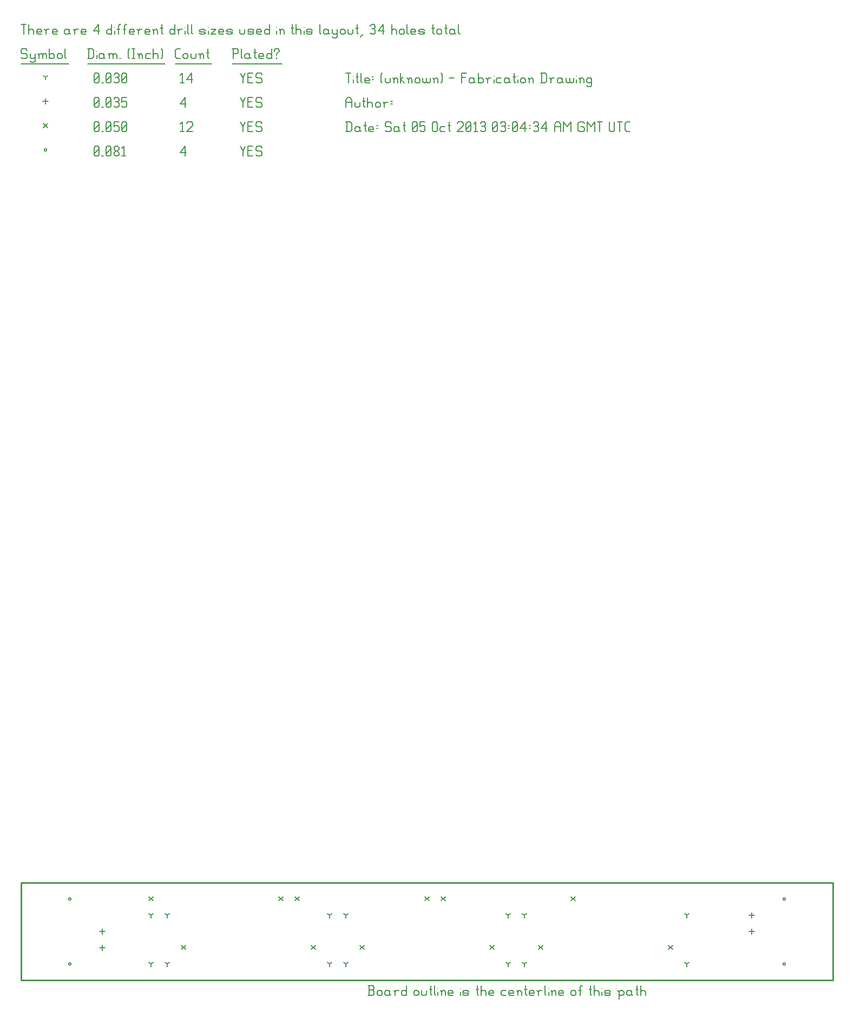
<source format=gbr>
G04 start of page 12 for group -3984 idx -3984 *
G04 Title: (unknown), fab *
G04 Creator: pcb 1.99z *
G04 CreationDate: Sat 05 Oct 2013 03:04:34 AM GMT UTC *
G04 For: commonadmin *
G04 Format: Gerber/RS-274X *
G04 PCB-Dimensions: 600000 500000 *
G04 PCB-Coordinate-Origin: lower left *
%MOIN*%
%FSLAX25Y25*%
%LNFAB*%
%ADD49C,0.0100*%
%ADD48C,0.0075*%
%ADD47C,0.0060*%
%ADD46C,0.0080*%
G54D46*X29200Y10000D02*G75*G03X30800Y10000I800J0D01*G01*
G75*G03X29200Y10000I-800J0D01*G01*
Y50000D02*G75*G03X30800Y50000I800J0D01*G01*
G75*G03X29200Y50000I-800J0D01*G01*
X469200D02*G75*G03X470800Y50000I800J0D01*G01*
G75*G03X469200Y50000I-800J0D01*G01*
Y10000D02*G75*G03X470800Y10000I800J0D01*G01*
G75*G03X469200Y10000I-800J0D01*G01*
X14200Y511250D02*G75*G03X15800Y511250I800J0D01*G01*
G75*G03X14200Y511250I-800J0D01*G01*
G54D47*X135000Y513500D02*X136500Y510500D01*
X138000Y513500D01*
X136500Y510500D02*Y507500D01*
X139800Y510800D02*X142050D01*
X139800Y507500D02*X142800D01*
X139800Y513500D02*Y507500D01*
Y513500D02*X142800D01*
X147600D02*X148350Y512750D01*
X145350Y513500D02*X147600D01*
X144600Y512750D02*X145350Y513500D01*
X144600Y512750D02*Y511250D01*
X145350Y510500D01*
X147600D01*
X148350Y509750D01*
Y508250D01*
X147600Y507500D02*X148350Y508250D01*
X145350Y507500D02*X147600D01*
X144600Y508250D02*X145350Y507500D01*
X98000Y509750D02*X101000Y513500D01*
X98000Y509750D02*X101750D01*
X101000Y513500D02*Y507500D01*
X45000Y508250D02*X45750Y507500D01*
X45000Y512750D02*Y508250D01*
Y512750D02*X45750Y513500D01*
X47250D01*
X48000Y512750D01*
Y508250D01*
X47250Y507500D02*X48000Y508250D01*
X45750Y507500D02*X47250D01*
X45000Y509000D02*X48000Y512000D01*
X49800Y507500D02*X50550D01*
X52350Y508250D02*X53100Y507500D01*
X52350Y512750D02*Y508250D01*
Y512750D02*X53100Y513500D01*
X54600D01*
X55350Y512750D01*
Y508250D01*
X54600Y507500D02*X55350Y508250D01*
X53100Y507500D02*X54600D01*
X52350Y509000D02*X55350Y512000D01*
X57150Y508250D02*X57900Y507500D01*
X57150Y509450D02*Y508250D01*
Y509450D02*X58200Y510500D01*
X59100D01*
X60150Y509450D01*
Y508250D01*
X59400Y507500D02*X60150Y508250D01*
X57900Y507500D02*X59400D01*
X57150Y511550D02*X58200Y510500D01*
X57150Y512750D02*Y511550D01*
Y512750D02*X57900Y513500D01*
X59400D01*
X60150Y512750D01*
Y511550D01*
X59100Y510500D02*X60150Y511550D01*
X61950Y512300D02*X63150Y513500D01*
Y507500D01*
X61950D02*X64200D01*
X318800Y21200D02*X321200Y18800D01*
X318800D02*X321200Y21200D01*
X398800D02*X401200Y18800D01*
X398800D02*X401200Y21200D01*
X258800Y51200D02*X261200Y48800D01*
X258800D02*X261200Y51200D01*
X338800D02*X341200Y48800D01*
X338800D02*X341200Y51200D01*
X168800D02*X171200Y48800D01*
X168800D02*X171200Y51200D01*
X248800D02*X251200Y48800D01*
X248800D02*X251200Y51200D01*
X78800D02*X81200Y48800D01*
X78800D02*X81200Y51200D01*
X158800D02*X161200Y48800D01*
X158800D02*X161200Y51200D01*
X208800Y21200D02*X211200Y18800D01*
X208800D02*X211200Y21200D01*
X288800D02*X291200Y18800D01*
X288800D02*X291200Y21200D01*
X98800D02*X101200Y18800D01*
X98800D02*X101200Y21200D01*
X178800D02*X181200Y18800D01*
X178800D02*X181200Y21200D01*
X13800Y527450D02*X16200Y525050D01*
X13800D02*X16200Y527450D01*
X135000Y528500D02*X136500Y525500D01*
X138000Y528500D01*
X136500Y525500D02*Y522500D01*
X139800Y525800D02*X142050D01*
X139800Y522500D02*X142800D01*
X139800Y528500D02*Y522500D01*
Y528500D02*X142800D01*
X147600D02*X148350Y527750D01*
X145350Y528500D02*X147600D01*
X144600Y527750D02*X145350Y528500D01*
X144600Y527750D02*Y526250D01*
X145350Y525500D01*
X147600D01*
X148350Y524750D01*
Y523250D01*
X147600Y522500D02*X148350Y523250D01*
X145350Y522500D02*X147600D01*
X144600Y523250D02*X145350Y522500D01*
X98000Y527300D02*X99200Y528500D01*
Y522500D01*
X98000D02*X100250D01*
X102050Y527750D02*X102800Y528500D01*
X105050D01*
X105800Y527750D01*
Y526250D01*
X102050Y522500D02*X105800Y526250D01*
X102050Y522500D02*X105800D01*
X45000Y523250D02*X45750Y522500D01*
X45000Y527750D02*Y523250D01*
Y527750D02*X45750Y528500D01*
X47250D01*
X48000Y527750D01*
Y523250D01*
X47250Y522500D02*X48000Y523250D01*
X45750Y522500D02*X47250D01*
X45000Y524000D02*X48000Y527000D01*
X49800Y522500D02*X50550D01*
X52350Y523250D02*X53100Y522500D01*
X52350Y527750D02*Y523250D01*
Y527750D02*X53100Y528500D01*
X54600D01*
X55350Y527750D01*
Y523250D01*
X54600Y522500D02*X55350Y523250D01*
X53100Y522500D02*X54600D01*
X52350Y524000D02*X55350Y527000D01*
X57150Y528500D02*X60150D01*
X57150D02*Y525500D01*
X57900Y526250D01*
X59400D01*
X60150Y525500D01*
Y523250D01*
X59400Y522500D02*X60150Y523250D01*
X57900Y522500D02*X59400D01*
X57150Y523250D02*X57900Y522500D01*
X61950Y523250D02*X62700Y522500D01*
X61950Y527750D02*Y523250D01*
Y527750D02*X62700Y528500D01*
X64200D01*
X64950Y527750D01*
Y523250D01*
X64200Y522500D02*X64950Y523250D01*
X62700Y522500D02*X64200D01*
X61950Y524000D02*X64950Y527000D01*
X50000Y31600D02*Y28400D01*
X48400Y30000D02*X51600D01*
X50000Y21600D02*Y18400D01*
X48400Y20000D02*X51600D01*
X450000Y31600D02*Y28400D01*
X448400Y30000D02*X451600D01*
X450000Y41600D02*Y38400D01*
X448400Y40000D02*X451600D01*
X15000Y542850D02*Y539650D01*
X13400Y541250D02*X16600D01*
X135000Y543500D02*X136500Y540500D01*
X138000Y543500D01*
X136500Y540500D02*Y537500D01*
X139800Y540800D02*X142050D01*
X139800Y537500D02*X142800D01*
X139800Y543500D02*Y537500D01*
Y543500D02*X142800D01*
X147600D02*X148350Y542750D01*
X145350Y543500D02*X147600D01*
X144600Y542750D02*X145350Y543500D01*
X144600Y542750D02*Y541250D01*
X145350Y540500D01*
X147600D01*
X148350Y539750D01*
Y538250D01*
X147600Y537500D02*X148350Y538250D01*
X145350Y537500D02*X147600D01*
X144600Y538250D02*X145350Y537500D01*
X98000Y539750D02*X101000Y543500D01*
X98000Y539750D02*X101750D01*
X101000Y543500D02*Y537500D01*
X45000Y538250D02*X45750Y537500D01*
X45000Y542750D02*Y538250D01*
Y542750D02*X45750Y543500D01*
X47250D01*
X48000Y542750D01*
Y538250D01*
X47250Y537500D02*X48000Y538250D01*
X45750Y537500D02*X47250D01*
X45000Y539000D02*X48000Y542000D01*
X49800Y537500D02*X50550D01*
X52350Y538250D02*X53100Y537500D01*
X52350Y542750D02*Y538250D01*
Y542750D02*X53100Y543500D01*
X54600D01*
X55350Y542750D01*
Y538250D01*
X54600Y537500D02*X55350Y538250D01*
X53100Y537500D02*X54600D01*
X52350Y539000D02*X55350Y542000D01*
X57150Y542750D02*X57900Y543500D01*
X59400D01*
X60150Y542750D01*
X59400Y537500D02*X60150Y538250D01*
X57900Y537500D02*X59400D01*
X57150Y538250D02*X57900Y537500D01*
Y540800D02*X59400D01*
X60150Y542750D02*Y541550D01*
Y540050D02*Y538250D01*
Y540050D02*X59400Y540800D01*
X60150Y541550D02*X59400Y540800D01*
X61950Y543500D02*X64950D01*
X61950D02*Y540500D01*
X62700Y541250D01*
X64200D01*
X64950Y540500D01*
Y538250D01*
X64200Y537500D02*X64950Y538250D01*
X62700Y537500D02*X64200D01*
X61950Y538250D02*X62700Y537500D01*
X80000Y10000D02*Y8400D01*
Y10000D02*X81387Y10800D01*
X80000Y10000D02*X78613Y10800D01*
X80000Y40000D02*Y38400D01*
Y40000D02*X81387Y40800D01*
X80000Y40000D02*X78613Y40800D01*
X90000Y10000D02*Y8400D01*
Y10000D02*X91387Y10800D01*
X90000Y10000D02*X88613Y10800D01*
X90000Y40000D02*Y38400D01*
Y40000D02*X91387Y40800D01*
X90000Y40000D02*X88613Y40800D01*
X310000Y10000D02*Y8400D01*
Y10000D02*X311387Y10800D01*
X310000Y10000D02*X308613Y10800D01*
X310000Y40000D02*Y38400D01*
Y40000D02*X311387Y40800D01*
X310000Y40000D02*X308613Y40800D01*
X200000Y10000D02*Y8400D01*
Y10000D02*X201387Y10800D01*
X200000Y10000D02*X198613Y10800D01*
X200000Y40000D02*Y38400D01*
Y40000D02*X201387Y40800D01*
X200000Y40000D02*X198613Y40800D01*
X190000Y10000D02*Y8400D01*
Y10000D02*X191387Y10800D01*
X190000Y10000D02*X188613Y10800D01*
X190000Y40000D02*Y38400D01*
Y40000D02*X191387Y40800D01*
X190000Y40000D02*X188613Y40800D01*
X300000Y10000D02*Y8400D01*
Y10000D02*X301387Y10800D01*
X300000Y10000D02*X298613Y10800D01*
X300000Y40000D02*Y38400D01*
Y40000D02*X301387Y40800D01*
X300000Y40000D02*X298613Y40800D01*
X410000Y10000D02*Y8400D01*
Y10000D02*X411387Y10800D01*
X410000Y10000D02*X408613Y10800D01*
X410000Y40000D02*Y38400D01*
Y40000D02*X411387Y40800D01*
X410000Y40000D02*X408613Y40800D01*
X15000Y556250D02*Y554650D01*
Y556250D02*X16387Y557050D01*
X15000Y556250D02*X13613Y557050D01*
X135000Y558500D02*X136500Y555500D01*
X138000Y558500D01*
X136500Y555500D02*Y552500D01*
X139800Y555800D02*X142050D01*
X139800Y552500D02*X142800D01*
X139800Y558500D02*Y552500D01*
Y558500D02*X142800D01*
X147600D02*X148350Y557750D01*
X145350Y558500D02*X147600D01*
X144600Y557750D02*X145350Y558500D01*
X144600Y557750D02*Y556250D01*
X145350Y555500D01*
X147600D01*
X148350Y554750D01*
Y553250D01*
X147600Y552500D02*X148350Y553250D01*
X145350Y552500D02*X147600D01*
X144600Y553250D02*X145350Y552500D01*
X98000Y557300D02*X99200Y558500D01*
Y552500D01*
X98000D02*X100250D01*
X102050Y554750D02*X105050Y558500D01*
X102050Y554750D02*X105800D01*
X105050Y558500D02*Y552500D01*
X45000Y553250D02*X45750Y552500D01*
X45000Y557750D02*Y553250D01*
Y557750D02*X45750Y558500D01*
X47250D01*
X48000Y557750D01*
Y553250D01*
X47250Y552500D02*X48000Y553250D01*
X45750Y552500D02*X47250D01*
X45000Y554000D02*X48000Y557000D01*
X49800Y552500D02*X50550D01*
X52350Y553250D02*X53100Y552500D01*
X52350Y557750D02*Y553250D01*
Y557750D02*X53100Y558500D01*
X54600D01*
X55350Y557750D01*
Y553250D01*
X54600Y552500D02*X55350Y553250D01*
X53100Y552500D02*X54600D01*
X52350Y554000D02*X55350Y557000D01*
X57150Y557750D02*X57900Y558500D01*
X59400D01*
X60150Y557750D01*
X59400Y552500D02*X60150Y553250D01*
X57900Y552500D02*X59400D01*
X57150Y553250D02*X57900Y552500D01*
Y555800D02*X59400D01*
X60150Y557750D02*Y556550D01*
Y555050D02*Y553250D01*
Y555050D02*X59400Y555800D01*
X60150Y556550D02*X59400Y555800D01*
X61950Y553250D02*X62700Y552500D01*
X61950Y557750D02*Y553250D01*
Y557750D02*X62700Y558500D01*
X64200D01*
X64950Y557750D01*
Y553250D01*
X64200Y552500D02*X64950Y553250D01*
X62700Y552500D02*X64200D01*
X61950Y554000D02*X64950Y557000D01*
X3000Y573500D02*X3750Y572750D01*
X750Y573500D02*X3000D01*
X0Y572750D02*X750Y573500D01*
X0Y572750D02*Y571250D01*
X750Y570500D01*
X3000D01*
X3750Y569750D01*
Y568250D01*
X3000Y567500D02*X3750Y568250D01*
X750Y567500D02*X3000D01*
X0Y568250D02*X750Y567500D01*
X5550Y570500D02*Y568250D01*
X6300Y567500D01*
X8550Y570500D02*Y566000D01*
X7800Y565250D02*X8550Y566000D01*
X6300Y565250D02*X7800D01*
X5550Y566000D02*X6300Y565250D01*
Y567500D02*X7800D01*
X8550Y568250D01*
X11100Y569750D02*Y567500D01*
Y569750D02*X11850Y570500D01*
X12600D01*
X13350Y569750D01*
Y567500D01*
Y569750D02*X14100Y570500D01*
X14850D01*
X15600Y569750D01*
Y567500D01*
X10350Y570500D02*X11100Y569750D01*
X17400Y573500D02*Y567500D01*
Y568250D02*X18150Y567500D01*
X19650D01*
X20400Y568250D01*
Y569750D02*Y568250D01*
X19650Y570500D02*X20400Y569750D01*
X18150Y570500D02*X19650D01*
X17400Y569750D02*X18150Y570500D01*
X22200Y569750D02*Y568250D01*
Y569750D02*X22950Y570500D01*
X24450D01*
X25200Y569750D01*
Y568250D01*
X24450Y567500D02*X25200Y568250D01*
X22950Y567500D02*X24450D01*
X22200Y568250D02*X22950Y567500D01*
X27000Y573500D02*Y568250D01*
X27750Y567500D01*
X0Y564250D02*X29250D01*
X41750Y573500D02*Y567500D01*
X43700Y573500D02*X44750Y572450D01*
Y568550D01*
X43700Y567500D02*X44750Y568550D01*
X41000Y567500D02*X43700D01*
X41000Y573500D02*X43700D01*
G54D48*X46550Y572000D02*Y571850D01*
G54D47*Y569750D02*Y567500D01*
X50300Y570500D02*X51050Y569750D01*
X48800Y570500D02*X50300D01*
X48050Y569750D02*X48800Y570500D01*
X48050Y569750D02*Y568250D01*
X48800Y567500D01*
X51050Y570500D02*Y568250D01*
X51800Y567500D01*
X48800D02*X50300D01*
X51050Y568250D01*
X54350Y569750D02*Y567500D01*
Y569750D02*X55100Y570500D01*
X55850D01*
X56600Y569750D01*
Y567500D01*
Y569750D02*X57350Y570500D01*
X58100D01*
X58850Y569750D01*
Y567500D01*
X53600Y570500D02*X54350Y569750D01*
X60650Y567500D02*X61400D01*
X65900Y568250D02*X66650Y567500D01*
X65900Y572750D02*X66650Y573500D01*
X65900Y572750D02*Y568250D01*
X68450Y573500D02*X69950D01*
X69200D02*Y567500D01*
X68450D02*X69950D01*
X72500Y569750D02*Y567500D01*
Y569750D02*X73250Y570500D01*
X74000D01*
X74750Y569750D01*
Y567500D01*
X71750Y570500D02*X72500Y569750D01*
X77300Y570500D02*X79550D01*
X76550Y569750D02*X77300Y570500D01*
X76550Y569750D02*Y568250D01*
X77300Y567500D01*
X79550D01*
X81350Y573500D02*Y567500D01*
Y569750D02*X82100Y570500D01*
X83600D01*
X84350Y569750D01*
Y567500D01*
X86150Y573500D02*X86900Y572750D01*
Y568250D01*
X86150Y567500D02*X86900Y568250D01*
X41000Y564250D02*X88700D01*
X96050Y567500D02*X98000D01*
X95000Y568550D02*X96050Y567500D01*
X95000Y572450D02*Y568550D01*
Y572450D02*X96050Y573500D01*
X98000D01*
X99800Y569750D02*Y568250D01*
Y569750D02*X100550Y570500D01*
X102050D01*
X102800Y569750D01*
Y568250D01*
X102050Y567500D02*X102800Y568250D01*
X100550Y567500D02*X102050D01*
X99800Y568250D02*X100550Y567500D01*
X104600Y570500D02*Y568250D01*
X105350Y567500D01*
X106850D01*
X107600Y568250D01*
Y570500D02*Y568250D01*
X110150Y569750D02*Y567500D01*
Y569750D02*X110900Y570500D01*
X111650D01*
X112400Y569750D01*
Y567500D01*
X109400Y570500D02*X110150Y569750D01*
X114950Y573500D02*Y568250D01*
X115700Y567500D01*
X114200Y571250D02*X115700D01*
X95000Y564250D02*X117200D01*
X130750Y573500D02*Y567500D01*
X130000Y573500D02*X133000D01*
X133750Y572750D01*
Y571250D01*
X133000Y570500D02*X133750Y571250D01*
X130750Y570500D02*X133000D01*
X135550Y573500D02*Y568250D01*
X136300Y567500D01*
X140050Y570500D02*X140800Y569750D01*
X138550Y570500D02*X140050D01*
X137800Y569750D02*X138550Y570500D01*
X137800Y569750D02*Y568250D01*
X138550Y567500D01*
X140800Y570500D02*Y568250D01*
X141550Y567500D01*
X138550D02*X140050D01*
X140800Y568250D01*
X144100Y573500D02*Y568250D01*
X144850Y567500D01*
X143350Y571250D02*X144850D01*
X147100Y567500D02*X149350D01*
X146350Y568250D02*X147100Y567500D01*
X146350Y569750D02*Y568250D01*
Y569750D02*X147100Y570500D01*
X148600D01*
X149350Y569750D01*
X146350Y569000D02*X149350D01*
Y569750D02*Y569000D01*
X154150Y573500D02*Y567500D01*
X153400D02*X154150Y568250D01*
X151900Y567500D02*X153400D01*
X151150Y568250D02*X151900Y567500D01*
X151150Y569750D02*Y568250D01*
Y569750D02*X151900Y570500D01*
X153400D01*
X154150Y569750D01*
X157450Y570500D02*Y569750D01*
Y568250D02*Y567500D01*
X155950Y572750D02*Y572000D01*
Y572750D02*X156700Y573500D01*
X158200D01*
X158950Y572750D01*
Y572000D01*
X157450Y570500D02*X158950Y572000D01*
X130000Y564250D02*X160750D01*
X0Y588500D02*X3000D01*
X1500D02*Y582500D01*
X4800Y588500D02*Y582500D01*
Y584750D02*X5550Y585500D01*
X7050D01*
X7800Y584750D01*
Y582500D01*
X10350D02*X12600D01*
X9600Y583250D02*X10350Y582500D01*
X9600Y584750D02*Y583250D01*
Y584750D02*X10350Y585500D01*
X11850D01*
X12600Y584750D01*
X9600Y584000D02*X12600D01*
Y584750D02*Y584000D01*
X15150Y584750D02*Y582500D01*
Y584750D02*X15900Y585500D01*
X17400D01*
X14400D02*X15150Y584750D01*
X19950Y582500D02*X22200D01*
X19200Y583250D02*X19950Y582500D01*
X19200Y584750D02*Y583250D01*
Y584750D02*X19950Y585500D01*
X21450D01*
X22200Y584750D01*
X19200Y584000D02*X22200D01*
Y584750D02*Y584000D01*
X28950Y585500D02*X29700Y584750D01*
X27450Y585500D02*X28950D01*
X26700Y584750D02*X27450Y585500D01*
X26700Y584750D02*Y583250D01*
X27450Y582500D01*
X29700Y585500D02*Y583250D01*
X30450Y582500D01*
X27450D02*X28950D01*
X29700Y583250D01*
X33000Y584750D02*Y582500D01*
Y584750D02*X33750Y585500D01*
X35250D01*
X32250D02*X33000Y584750D01*
X37800Y582500D02*X40050D01*
X37050Y583250D02*X37800Y582500D01*
X37050Y584750D02*Y583250D01*
Y584750D02*X37800Y585500D01*
X39300D01*
X40050Y584750D01*
X37050Y584000D02*X40050D01*
Y584750D02*Y584000D01*
X44550Y584750D02*X47550Y588500D01*
X44550Y584750D02*X48300D01*
X47550Y588500D02*Y582500D01*
X55800Y588500D02*Y582500D01*
X55050D02*X55800Y583250D01*
X53550Y582500D02*X55050D01*
X52800Y583250D02*X53550Y582500D01*
X52800Y584750D02*Y583250D01*
Y584750D02*X53550Y585500D01*
X55050D01*
X55800Y584750D01*
G54D48*X57600Y587000D02*Y586850D01*
G54D47*Y584750D02*Y582500D01*
X59850Y587750D02*Y582500D01*
Y587750D02*X60600Y588500D01*
X61350D01*
X59100Y585500D02*X60600D01*
X63600Y587750D02*Y582500D01*
Y587750D02*X64350Y588500D01*
X65100D01*
X62850Y585500D02*X64350D01*
X67350Y582500D02*X69600D01*
X66600Y583250D02*X67350Y582500D01*
X66600Y584750D02*Y583250D01*
Y584750D02*X67350Y585500D01*
X68850D01*
X69600Y584750D01*
X66600Y584000D02*X69600D01*
Y584750D02*Y584000D01*
X72150Y584750D02*Y582500D01*
Y584750D02*X72900Y585500D01*
X74400D01*
X71400D02*X72150Y584750D01*
X76950Y582500D02*X79200D01*
X76200Y583250D02*X76950Y582500D01*
X76200Y584750D02*Y583250D01*
Y584750D02*X76950Y585500D01*
X78450D01*
X79200Y584750D01*
X76200Y584000D02*X79200D01*
Y584750D02*Y584000D01*
X81750Y584750D02*Y582500D01*
Y584750D02*X82500Y585500D01*
X83250D01*
X84000Y584750D01*
Y582500D01*
X81000Y585500D02*X81750Y584750D01*
X86550Y588500D02*Y583250D01*
X87300Y582500D01*
X85800Y586250D02*X87300D01*
X94500Y588500D02*Y582500D01*
X93750D02*X94500Y583250D01*
X92250Y582500D02*X93750D01*
X91500Y583250D02*X92250Y582500D01*
X91500Y584750D02*Y583250D01*
Y584750D02*X92250Y585500D01*
X93750D01*
X94500Y584750D01*
X97050D02*Y582500D01*
Y584750D02*X97800Y585500D01*
X99300D01*
X96300D02*X97050Y584750D01*
G54D48*X101100Y587000D02*Y586850D01*
G54D47*Y584750D02*Y582500D01*
X102600Y588500D02*Y583250D01*
X103350Y582500D01*
X104850Y588500D02*Y583250D01*
X105600Y582500D01*
X110550D02*X112800D01*
X113550Y583250D01*
X112800Y584000D02*X113550Y583250D01*
X110550Y584000D02*X112800D01*
X109800Y584750D02*X110550Y584000D01*
X109800Y584750D02*X110550Y585500D01*
X112800D01*
X113550Y584750D01*
X109800Y583250D02*X110550Y582500D01*
G54D48*X115350Y587000D02*Y586850D01*
G54D47*Y584750D02*Y582500D01*
X116850Y585500D02*X119850D01*
X116850Y582500D02*X119850Y585500D01*
X116850Y582500D02*X119850D01*
X122400D02*X124650D01*
X121650Y583250D02*X122400Y582500D01*
X121650Y584750D02*Y583250D01*
Y584750D02*X122400Y585500D01*
X123900D01*
X124650Y584750D01*
X121650Y584000D02*X124650D01*
Y584750D02*Y584000D01*
X127200Y582500D02*X129450D01*
X130200Y583250D01*
X129450Y584000D02*X130200Y583250D01*
X127200Y584000D02*X129450D01*
X126450Y584750D02*X127200Y584000D01*
X126450Y584750D02*X127200Y585500D01*
X129450D01*
X130200Y584750D01*
X126450Y583250D02*X127200Y582500D01*
X134700Y585500D02*Y583250D01*
X135450Y582500D01*
X136950D01*
X137700Y583250D01*
Y585500D02*Y583250D01*
X140250Y582500D02*X142500D01*
X143250Y583250D01*
X142500Y584000D02*X143250Y583250D01*
X140250Y584000D02*X142500D01*
X139500Y584750D02*X140250Y584000D01*
X139500Y584750D02*X140250Y585500D01*
X142500D01*
X143250Y584750D01*
X139500Y583250D02*X140250Y582500D01*
X145800D02*X148050D01*
X145050Y583250D02*X145800Y582500D01*
X145050Y584750D02*Y583250D01*
Y584750D02*X145800Y585500D01*
X147300D01*
X148050Y584750D01*
X145050Y584000D02*X148050D01*
Y584750D02*Y584000D01*
X152850Y588500D02*Y582500D01*
X152100D02*X152850Y583250D01*
X150600Y582500D02*X152100D01*
X149850Y583250D02*X150600Y582500D01*
X149850Y584750D02*Y583250D01*
Y584750D02*X150600Y585500D01*
X152100D01*
X152850Y584750D01*
G54D48*X157350Y587000D02*Y586850D01*
G54D47*Y584750D02*Y582500D01*
X159600Y584750D02*Y582500D01*
Y584750D02*X160350Y585500D01*
X161100D01*
X161850Y584750D01*
Y582500D01*
X158850Y585500D02*X159600Y584750D01*
X167100Y588500D02*Y583250D01*
X167850Y582500D01*
X166350Y586250D02*X167850D01*
X169350Y588500D02*Y582500D01*
Y584750D02*X170100Y585500D01*
X171600D01*
X172350Y584750D01*
Y582500D01*
G54D48*X174150Y587000D02*Y586850D01*
G54D47*Y584750D02*Y582500D01*
X176400D02*X178650D01*
X179400Y583250D01*
X178650Y584000D02*X179400Y583250D01*
X176400Y584000D02*X178650D01*
X175650Y584750D02*X176400Y584000D01*
X175650Y584750D02*X176400Y585500D01*
X178650D01*
X179400Y584750D01*
X175650Y583250D02*X176400Y582500D01*
X183900Y588500D02*Y583250D01*
X184650Y582500D01*
X188400Y585500D02*X189150Y584750D01*
X186900Y585500D02*X188400D01*
X186150Y584750D02*X186900Y585500D01*
X186150Y584750D02*Y583250D01*
X186900Y582500D01*
X189150Y585500D02*Y583250D01*
X189900Y582500D01*
X186900D02*X188400D01*
X189150Y583250D01*
X191700Y585500D02*Y583250D01*
X192450Y582500D01*
X194700Y585500D02*Y581000D01*
X193950Y580250D02*X194700Y581000D01*
X192450Y580250D02*X193950D01*
X191700Y581000D02*X192450Y580250D01*
Y582500D02*X193950D01*
X194700Y583250D01*
X196500Y584750D02*Y583250D01*
Y584750D02*X197250Y585500D01*
X198750D01*
X199500Y584750D01*
Y583250D01*
X198750Y582500D02*X199500Y583250D01*
X197250Y582500D02*X198750D01*
X196500Y583250D02*X197250Y582500D01*
X201300Y585500D02*Y583250D01*
X202050Y582500D01*
X203550D01*
X204300Y583250D01*
Y585500D02*Y583250D01*
X206850Y588500D02*Y583250D01*
X207600Y582500D01*
X206100Y586250D02*X207600D01*
X209100Y581000D02*X210600Y582500D01*
X215100Y587750D02*X215850Y588500D01*
X217350D01*
X218100Y587750D01*
X217350Y582500D02*X218100Y583250D01*
X215850Y582500D02*X217350D01*
X215100Y583250D02*X215850Y582500D01*
Y585800D02*X217350D01*
X218100Y587750D02*Y586550D01*
Y585050D02*Y583250D01*
Y585050D02*X217350Y585800D01*
X218100Y586550D02*X217350Y585800D01*
X219900Y584750D02*X222900Y588500D01*
X219900Y584750D02*X223650D01*
X222900Y588500D02*Y582500D01*
X228150Y588500D02*Y582500D01*
Y584750D02*X228900Y585500D01*
X230400D01*
X231150Y584750D01*
Y582500D01*
X232950Y584750D02*Y583250D01*
Y584750D02*X233700Y585500D01*
X235200D01*
X235950Y584750D01*
Y583250D01*
X235200Y582500D02*X235950Y583250D01*
X233700Y582500D02*X235200D01*
X232950Y583250D02*X233700Y582500D01*
X237750Y588500D02*Y583250D01*
X238500Y582500D01*
X240750D02*X243000D01*
X240000Y583250D02*X240750Y582500D01*
X240000Y584750D02*Y583250D01*
Y584750D02*X240750Y585500D01*
X242250D01*
X243000Y584750D01*
X240000Y584000D02*X243000D01*
Y584750D02*Y584000D01*
X245550Y582500D02*X247800D01*
X248550Y583250D01*
X247800Y584000D02*X248550Y583250D01*
X245550Y584000D02*X247800D01*
X244800Y584750D02*X245550Y584000D01*
X244800Y584750D02*X245550Y585500D01*
X247800D01*
X248550Y584750D01*
X244800Y583250D02*X245550Y582500D01*
X253800Y588500D02*Y583250D01*
X254550Y582500D01*
X253050Y586250D02*X254550D01*
X256050Y584750D02*Y583250D01*
Y584750D02*X256800Y585500D01*
X258300D01*
X259050Y584750D01*
Y583250D01*
X258300Y582500D02*X259050Y583250D01*
X256800Y582500D02*X258300D01*
X256050Y583250D02*X256800Y582500D01*
X261600Y588500D02*Y583250D01*
X262350Y582500D01*
X260850Y586250D02*X262350D01*
X266100Y585500D02*X266850Y584750D01*
X264600Y585500D02*X266100D01*
X263850Y584750D02*X264600Y585500D01*
X263850Y584750D02*Y583250D01*
X264600Y582500D01*
X266850Y585500D02*Y583250D01*
X267600Y582500D01*
X264600D02*X266100D01*
X266850Y583250D01*
X269400Y588500D02*Y583250D01*
X270150Y582500D01*
G54D49*X0Y60000D02*X500000D01*
Y0D01*
X0Y60000D02*Y0D01*
X500000D01*
G54D47*X213675Y-9500D02*X216675D01*
X217425Y-8750D01*
Y-6950D02*Y-8750D01*
X216675Y-6200D02*X217425Y-6950D01*
X214425Y-6200D02*X216675D01*
X214425Y-3500D02*Y-9500D01*
X213675Y-3500D02*X216675D01*
X217425Y-4250D01*
Y-5450D01*
X216675Y-6200D02*X217425Y-5450D01*
X219225Y-7250D02*Y-8750D01*
Y-7250D02*X219975Y-6500D01*
X221475D01*
X222225Y-7250D01*
Y-8750D01*
X221475Y-9500D02*X222225Y-8750D01*
X219975Y-9500D02*X221475D01*
X219225Y-8750D02*X219975Y-9500D01*
X226275Y-6500D02*X227025Y-7250D01*
X224775Y-6500D02*X226275D01*
X224025Y-7250D02*X224775Y-6500D01*
X224025Y-7250D02*Y-8750D01*
X224775Y-9500D01*
X227025Y-6500D02*Y-8750D01*
X227775Y-9500D01*
X224775D02*X226275D01*
X227025Y-8750D01*
X230325Y-7250D02*Y-9500D01*
Y-7250D02*X231075Y-6500D01*
X232575D01*
X229575D02*X230325Y-7250D01*
X237375Y-3500D02*Y-9500D01*
X236625D02*X237375Y-8750D01*
X235125Y-9500D02*X236625D01*
X234375Y-8750D02*X235125Y-9500D01*
X234375Y-7250D02*Y-8750D01*
Y-7250D02*X235125Y-6500D01*
X236625D01*
X237375Y-7250D01*
X241875D02*Y-8750D01*
Y-7250D02*X242625Y-6500D01*
X244125D01*
X244875Y-7250D01*
Y-8750D01*
X244125Y-9500D02*X244875Y-8750D01*
X242625Y-9500D02*X244125D01*
X241875Y-8750D02*X242625Y-9500D01*
X246675Y-6500D02*Y-8750D01*
X247425Y-9500D01*
X248925D01*
X249675Y-8750D01*
Y-6500D02*Y-8750D01*
X252225Y-3500D02*Y-8750D01*
X252975Y-9500D01*
X251475Y-5750D02*X252975D01*
X254475Y-3500D02*Y-8750D01*
X255225Y-9500D01*
G54D48*X256725Y-5000D02*Y-5150D01*
G54D47*Y-7250D02*Y-9500D01*
X258975Y-7250D02*Y-9500D01*
Y-7250D02*X259725Y-6500D01*
X260475D01*
X261225Y-7250D01*
Y-9500D01*
X258225Y-6500D02*X258975Y-7250D01*
X263775Y-9500D02*X266025D01*
X263025Y-8750D02*X263775Y-9500D01*
X263025Y-7250D02*Y-8750D01*
Y-7250D02*X263775Y-6500D01*
X265275D01*
X266025Y-7250D01*
X263025Y-8000D02*X266025D01*
Y-7250D02*Y-8000D01*
G54D48*X270525Y-5000D02*Y-5150D01*
G54D47*Y-7250D02*Y-9500D01*
X272775D02*X275025D01*
X275775Y-8750D01*
X275025Y-8000D02*X275775Y-8750D01*
X272775Y-8000D02*X275025D01*
X272025Y-7250D02*X272775Y-8000D01*
X272025Y-7250D02*X272775Y-6500D01*
X275025D01*
X275775Y-7250D01*
X272025Y-8750D02*X272775Y-9500D01*
X281025Y-3500D02*Y-8750D01*
X281775Y-9500D01*
X280275Y-5750D02*X281775D01*
X283275Y-3500D02*Y-9500D01*
Y-7250D02*X284025Y-6500D01*
X285525D01*
X286275Y-7250D01*
Y-9500D01*
X288825D02*X291075D01*
X288075Y-8750D02*X288825Y-9500D01*
X288075Y-7250D02*Y-8750D01*
Y-7250D02*X288825Y-6500D01*
X290325D01*
X291075Y-7250D01*
X288075Y-8000D02*X291075D01*
Y-7250D02*Y-8000D01*
X296325Y-6500D02*X298575D01*
X295575Y-7250D02*X296325Y-6500D01*
X295575Y-7250D02*Y-8750D01*
X296325Y-9500D01*
X298575D01*
X301125D02*X303375D01*
X300375Y-8750D02*X301125Y-9500D01*
X300375Y-7250D02*Y-8750D01*
Y-7250D02*X301125Y-6500D01*
X302625D01*
X303375Y-7250D01*
X300375Y-8000D02*X303375D01*
Y-7250D02*Y-8000D01*
X305925Y-7250D02*Y-9500D01*
Y-7250D02*X306675Y-6500D01*
X307425D01*
X308175Y-7250D01*
Y-9500D01*
X305175Y-6500D02*X305925Y-7250D01*
X310725Y-3500D02*Y-8750D01*
X311475Y-9500D01*
X309975Y-5750D02*X311475D01*
X313725Y-9500D02*X315975D01*
X312975Y-8750D02*X313725Y-9500D01*
X312975Y-7250D02*Y-8750D01*
Y-7250D02*X313725Y-6500D01*
X315225D01*
X315975Y-7250D01*
X312975Y-8000D02*X315975D01*
Y-7250D02*Y-8000D01*
X318525Y-7250D02*Y-9500D01*
Y-7250D02*X319275Y-6500D01*
X320775D01*
X317775D02*X318525Y-7250D01*
X322575Y-3500D02*Y-8750D01*
X323325Y-9500D01*
G54D48*X324825Y-5000D02*Y-5150D01*
G54D47*Y-7250D02*Y-9500D01*
X327075Y-7250D02*Y-9500D01*
Y-7250D02*X327825Y-6500D01*
X328575D01*
X329325Y-7250D01*
Y-9500D01*
X326325Y-6500D02*X327075Y-7250D01*
X331875Y-9500D02*X334125D01*
X331125Y-8750D02*X331875Y-9500D01*
X331125Y-7250D02*Y-8750D01*
Y-7250D02*X331875Y-6500D01*
X333375D01*
X334125Y-7250D01*
X331125Y-8000D02*X334125D01*
Y-7250D02*Y-8000D01*
X338625Y-7250D02*Y-8750D01*
Y-7250D02*X339375Y-6500D01*
X340875D01*
X341625Y-7250D01*
Y-8750D01*
X340875Y-9500D02*X341625Y-8750D01*
X339375Y-9500D02*X340875D01*
X338625Y-8750D02*X339375Y-9500D01*
X344175Y-4250D02*Y-9500D01*
Y-4250D02*X344925Y-3500D01*
X345675D01*
X343425Y-6500D02*X344925D01*
X350625Y-3500D02*Y-8750D01*
X351375Y-9500D01*
X349875Y-5750D02*X351375D01*
X352875Y-3500D02*Y-9500D01*
Y-7250D02*X353625Y-6500D01*
X355125D01*
X355875Y-7250D01*
Y-9500D01*
G54D48*X357675Y-5000D02*Y-5150D01*
G54D47*Y-7250D02*Y-9500D01*
X359925D02*X362175D01*
X362925Y-8750D01*
X362175Y-8000D02*X362925Y-8750D01*
X359925Y-8000D02*X362175D01*
X359175Y-7250D02*X359925Y-8000D01*
X359175Y-7250D02*X359925Y-6500D01*
X362175D01*
X362925Y-7250D01*
X359175Y-8750D02*X359925Y-9500D01*
X368175Y-7250D02*Y-11750D01*
X367425Y-6500D02*X368175Y-7250D01*
X368925Y-6500D01*
X370425D01*
X371175Y-7250D01*
Y-8750D01*
X370425Y-9500D02*X371175Y-8750D01*
X368925Y-9500D02*X370425D01*
X368175Y-8750D02*X368925Y-9500D01*
X375225Y-6500D02*X375975Y-7250D01*
X373725Y-6500D02*X375225D01*
X372975Y-7250D02*X373725Y-6500D01*
X372975Y-7250D02*Y-8750D01*
X373725Y-9500D01*
X375975Y-6500D02*Y-8750D01*
X376725Y-9500D01*
X373725D02*X375225D01*
X375975Y-8750D01*
X379275Y-3500D02*Y-8750D01*
X380025Y-9500D01*
X378525Y-5750D02*X380025D01*
X381525Y-3500D02*Y-9500D01*
Y-7250D02*X382275Y-6500D01*
X383775D01*
X384525Y-7250D01*
Y-9500D01*
X200750Y528500D02*Y522500D01*
X202700Y528500D02*X203750Y527450D01*
Y523550D01*
X202700Y522500D02*X203750Y523550D01*
X200000Y522500D02*X202700D01*
X200000Y528500D02*X202700D01*
X207800Y525500D02*X208550Y524750D01*
X206300Y525500D02*X207800D01*
X205550Y524750D02*X206300Y525500D01*
X205550Y524750D02*Y523250D01*
X206300Y522500D01*
X208550Y525500D02*Y523250D01*
X209300Y522500D01*
X206300D02*X207800D01*
X208550Y523250D01*
X211850Y528500D02*Y523250D01*
X212600Y522500D01*
X211100Y526250D02*X212600D01*
X214850Y522500D02*X217100D01*
X214100Y523250D02*X214850Y522500D01*
X214100Y524750D02*Y523250D01*
Y524750D02*X214850Y525500D01*
X216350D01*
X217100Y524750D01*
X214100Y524000D02*X217100D01*
Y524750D02*Y524000D01*
X218900Y526250D02*X219650D01*
X218900Y524750D02*X219650D01*
X227150Y528500D02*X227900Y527750D01*
X224900Y528500D02*X227150D01*
X224150Y527750D02*X224900Y528500D01*
X224150Y527750D02*Y526250D01*
X224900Y525500D01*
X227150D01*
X227900Y524750D01*
Y523250D01*
X227150Y522500D02*X227900Y523250D01*
X224900Y522500D02*X227150D01*
X224150Y523250D02*X224900Y522500D01*
X231950Y525500D02*X232700Y524750D01*
X230450Y525500D02*X231950D01*
X229700Y524750D02*X230450Y525500D01*
X229700Y524750D02*Y523250D01*
X230450Y522500D01*
X232700Y525500D02*Y523250D01*
X233450Y522500D01*
X230450D02*X231950D01*
X232700Y523250D01*
X236000Y528500D02*Y523250D01*
X236750Y522500D01*
X235250Y526250D02*X236750D01*
X240950Y523250D02*X241700Y522500D01*
X240950Y527750D02*Y523250D01*
Y527750D02*X241700Y528500D01*
X243200D01*
X243950Y527750D01*
Y523250D01*
X243200Y522500D02*X243950Y523250D01*
X241700Y522500D02*X243200D01*
X240950Y524000D02*X243950Y527000D01*
X245750Y528500D02*X248750D01*
X245750D02*Y525500D01*
X246500Y526250D01*
X248000D01*
X248750Y525500D01*
Y523250D01*
X248000Y522500D02*X248750Y523250D01*
X246500Y522500D02*X248000D01*
X245750Y523250D02*X246500Y522500D01*
X253250Y527750D02*Y523250D01*
Y527750D02*X254000Y528500D01*
X255500D01*
X256250Y527750D01*
Y523250D01*
X255500Y522500D02*X256250Y523250D01*
X254000Y522500D02*X255500D01*
X253250Y523250D02*X254000Y522500D01*
X258800Y525500D02*X261050D01*
X258050Y524750D02*X258800Y525500D01*
X258050Y524750D02*Y523250D01*
X258800Y522500D01*
X261050D01*
X263600Y528500D02*Y523250D01*
X264350Y522500D01*
X262850Y526250D02*X264350D01*
X268550Y527750D02*X269300Y528500D01*
X271550D01*
X272300Y527750D01*
Y526250D01*
X268550Y522500D02*X272300Y526250D01*
X268550Y522500D02*X272300D01*
X274100Y523250D02*X274850Y522500D01*
X274100Y527750D02*Y523250D01*
Y527750D02*X274850Y528500D01*
X276350D01*
X277100Y527750D01*
Y523250D01*
X276350Y522500D02*X277100Y523250D01*
X274850Y522500D02*X276350D01*
X274100Y524000D02*X277100Y527000D01*
X278900Y527300D02*X280100Y528500D01*
Y522500D01*
X278900D02*X281150D01*
X282950Y527750D02*X283700Y528500D01*
X285200D01*
X285950Y527750D01*
X285200Y522500D02*X285950Y523250D01*
X283700Y522500D02*X285200D01*
X282950Y523250D02*X283700Y522500D01*
Y525800D02*X285200D01*
X285950Y527750D02*Y526550D01*
Y525050D02*Y523250D01*
Y525050D02*X285200Y525800D01*
X285950Y526550D02*X285200Y525800D01*
X290450Y523250D02*X291200Y522500D01*
X290450Y527750D02*Y523250D01*
Y527750D02*X291200Y528500D01*
X292700D01*
X293450Y527750D01*
Y523250D01*
X292700Y522500D02*X293450Y523250D01*
X291200Y522500D02*X292700D01*
X290450Y524000D02*X293450Y527000D01*
X295250Y527750D02*X296000Y528500D01*
X297500D01*
X298250Y527750D01*
X297500Y522500D02*X298250Y523250D01*
X296000Y522500D02*X297500D01*
X295250Y523250D02*X296000Y522500D01*
Y525800D02*X297500D01*
X298250Y527750D02*Y526550D01*
Y525050D02*Y523250D01*
Y525050D02*X297500Y525800D01*
X298250Y526550D02*X297500Y525800D01*
X300050Y526250D02*X300800D01*
X300050Y524750D02*X300800D01*
X302600Y523250D02*X303350Y522500D01*
X302600Y527750D02*Y523250D01*
Y527750D02*X303350Y528500D01*
X304850D01*
X305600Y527750D01*
Y523250D01*
X304850Y522500D02*X305600Y523250D01*
X303350Y522500D02*X304850D01*
X302600Y524000D02*X305600Y527000D01*
X307400Y524750D02*X310400Y528500D01*
X307400Y524750D02*X311150D01*
X310400Y528500D02*Y522500D01*
X312950Y526250D02*X313700D01*
X312950Y524750D02*X313700D01*
X315500Y527750D02*X316250Y528500D01*
X317750D01*
X318500Y527750D01*
X317750Y522500D02*X318500Y523250D01*
X316250Y522500D02*X317750D01*
X315500Y523250D02*X316250Y522500D01*
Y525800D02*X317750D01*
X318500Y527750D02*Y526550D01*
Y525050D02*Y523250D01*
Y525050D02*X317750Y525800D01*
X318500Y526550D02*X317750Y525800D01*
X320300Y524750D02*X323300Y528500D01*
X320300Y524750D02*X324050D01*
X323300Y528500D02*Y522500D01*
X328550Y527000D02*Y522500D01*
Y527000D02*X329600Y528500D01*
X331250D01*
X332300Y527000D01*
Y522500D01*
X328550Y525500D02*X332300D01*
X334100Y528500D02*Y522500D01*
Y528500D02*X336350Y525500D01*
X338600Y528500D01*
Y522500D01*
X346100Y528500D02*X346850Y527750D01*
X343850Y528500D02*X346100D01*
X343100Y527750D02*X343850Y528500D01*
X343100Y527750D02*Y523250D01*
X343850Y522500D01*
X346100D01*
X346850Y523250D01*
Y524750D02*Y523250D01*
X346100Y525500D02*X346850Y524750D01*
X344600Y525500D02*X346100D01*
X348650Y528500D02*Y522500D01*
Y528500D02*X350900Y525500D01*
X353150Y528500D01*
Y522500D01*
X354950Y528500D02*X357950D01*
X356450D02*Y522500D01*
X362450Y528500D02*Y523250D01*
X363200Y522500D01*
X364700D01*
X365450Y523250D01*
Y528500D02*Y523250D01*
X367250Y528500D02*X370250D01*
X368750D02*Y522500D01*
X373100D02*X375050D01*
X372050Y523550D02*X373100Y522500D01*
X372050Y527450D02*Y523550D01*
Y527450D02*X373100Y528500D01*
X375050D01*
X200000Y542000D02*Y537500D01*
Y542000D02*X201050Y543500D01*
X202700D01*
X203750Y542000D01*
Y537500D01*
X200000Y540500D02*X203750D01*
X205550D02*Y538250D01*
X206300Y537500D01*
X207800D01*
X208550Y538250D01*
Y540500D02*Y538250D01*
X211100Y543500D02*Y538250D01*
X211850Y537500D01*
X210350Y541250D02*X211850D01*
X213350Y543500D02*Y537500D01*
Y539750D02*X214100Y540500D01*
X215600D01*
X216350Y539750D01*
Y537500D01*
X218150Y539750D02*Y538250D01*
Y539750D02*X218900Y540500D01*
X220400D01*
X221150Y539750D01*
Y538250D01*
X220400Y537500D02*X221150Y538250D01*
X218900Y537500D02*X220400D01*
X218150Y538250D02*X218900Y537500D01*
X223700Y539750D02*Y537500D01*
Y539750D02*X224450Y540500D01*
X225950D01*
X222950D02*X223700Y539750D01*
X227750Y541250D02*X228500D01*
X227750Y539750D02*X228500D01*
X200000Y558500D02*X203000D01*
X201500D02*Y552500D01*
G54D48*X204800Y557000D02*Y556850D01*
G54D47*Y554750D02*Y552500D01*
X207050Y558500D02*Y553250D01*
X207800Y552500D01*
X206300Y556250D02*X207800D01*
X209300Y558500D02*Y553250D01*
X210050Y552500D01*
X212300D02*X214550D01*
X211550Y553250D02*X212300Y552500D01*
X211550Y554750D02*Y553250D01*
Y554750D02*X212300Y555500D01*
X213800D01*
X214550Y554750D01*
X211550Y554000D02*X214550D01*
Y554750D02*Y554000D01*
X216350Y556250D02*X217100D01*
X216350Y554750D02*X217100D01*
X221600Y553250D02*X222350Y552500D01*
X221600Y557750D02*X222350Y558500D01*
X221600Y557750D02*Y553250D01*
X224150Y555500D02*Y553250D01*
X224900Y552500D01*
X226400D01*
X227150Y553250D01*
Y555500D02*Y553250D01*
X229700Y554750D02*Y552500D01*
Y554750D02*X230450Y555500D01*
X231200D01*
X231950Y554750D01*
Y552500D01*
X228950Y555500D02*X229700Y554750D01*
X233750Y558500D02*Y552500D01*
Y554750D02*X236000Y552500D01*
X233750Y554750D02*X235250Y556250D01*
X238550Y554750D02*Y552500D01*
Y554750D02*X239300Y555500D01*
X240050D01*
X240800Y554750D01*
Y552500D01*
X237800Y555500D02*X238550Y554750D01*
X242600D02*Y553250D01*
Y554750D02*X243350Y555500D01*
X244850D01*
X245600Y554750D01*
Y553250D01*
X244850Y552500D02*X245600Y553250D01*
X243350Y552500D02*X244850D01*
X242600Y553250D02*X243350Y552500D01*
X247400Y555500D02*Y553250D01*
X248150Y552500D01*
X248900D01*
X249650Y553250D01*
Y555500D02*Y553250D01*
X250400Y552500D01*
X251150D01*
X251900Y553250D01*
Y555500D02*Y553250D01*
X254450Y554750D02*Y552500D01*
Y554750D02*X255200Y555500D01*
X255950D01*
X256700Y554750D01*
Y552500D01*
X253700Y555500D02*X254450Y554750D01*
X258500Y558500D02*X259250Y557750D01*
Y553250D01*
X258500Y552500D02*X259250Y553250D01*
X263750Y555500D02*X266750D01*
X271250Y558500D02*Y552500D01*
Y558500D02*X274250D01*
X271250Y555800D02*X273500D01*
X278300Y555500D02*X279050Y554750D01*
X276800Y555500D02*X278300D01*
X276050Y554750D02*X276800Y555500D01*
X276050Y554750D02*Y553250D01*
X276800Y552500D01*
X279050Y555500D02*Y553250D01*
X279800Y552500D01*
X276800D02*X278300D01*
X279050Y553250D01*
X281600Y558500D02*Y552500D01*
Y553250D02*X282350Y552500D01*
X283850D01*
X284600Y553250D01*
Y554750D02*Y553250D01*
X283850Y555500D02*X284600Y554750D01*
X282350Y555500D02*X283850D01*
X281600Y554750D02*X282350Y555500D01*
X287150Y554750D02*Y552500D01*
Y554750D02*X287900Y555500D01*
X289400D01*
X286400D02*X287150Y554750D01*
G54D48*X291200Y557000D02*Y556850D01*
G54D47*Y554750D02*Y552500D01*
X293450Y555500D02*X295700D01*
X292700Y554750D02*X293450Y555500D01*
X292700Y554750D02*Y553250D01*
X293450Y552500D01*
X295700D01*
X299750Y555500D02*X300500Y554750D01*
X298250Y555500D02*X299750D01*
X297500Y554750D02*X298250Y555500D01*
X297500Y554750D02*Y553250D01*
X298250Y552500D01*
X300500Y555500D02*Y553250D01*
X301250Y552500D01*
X298250D02*X299750D01*
X300500Y553250D01*
X303800Y558500D02*Y553250D01*
X304550Y552500D01*
X303050Y556250D02*X304550D01*
G54D48*X306050Y557000D02*Y556850D01*
G54D47*Y554750D02*Y552500D01*
X307550Y554750D02*Y553250D01*
Y554750D02*X308300Y555500D01*
X309800D01*
X310550Y554750D01*
Y553250D01*
X309800Y552500D02*X310550Y553250D01*
X308300Y552500D02*X309800D01*
X307550Y553250D02*X308300Y552500D01*
X313100Y554750D02*Y552500D01*
Y554750D02*X313850Y555500D01*
X314600D01*
X315350Y554750D01*
Y552500D01*
X312350Y555500D02*X313100Y554750D01*
X320600Y558500D02*Y552500D01*
X322550Y558500D02*X323600Y557450D01*
Y553550D01*
X322550Y552500D02*X323600Y553550D01*
X319850Y552500D02*X322550D01*
X319850Y558500D02*X322550D01*
X326150Y554750D02*Y552500D01*
Y554750D02*X326900Y555500D01*
X328400D01*
X325400D02*X326150Y554750D01*
X332450Y555500D02*X333200Y554750D01*
X330950Y555500D02*X332450D01*
X330200Y554750D02*X330950Y555500D01*
X330200Y554750D02*Y553250D01*
X330950Y552500D01*
X333200Y555500D02*Y553250D01*
X333950Y552500D01*
X330950D02*X332450D01*
X333200Y553250D01*
X335750Y555500D02*Y553250D01*
X336500Y552500D01*
X337250D01*
X338000Y553250D01*
Y555500D02*Y553250D01*
X338750Y552500D01*
X339500D01*
X340250Y553250D01*
Y555500D02*Y553250D01*
G54D48*X342050Y557000D02*Y556850D01*
G54D47*Y554750D02*Y552500D01*
X344300Y554750D02*Y552500D01*
Y554750D02*X345050Y555500D01*
X345800D01*
X346550Y554750D01*
Y552500D01*
X343550Y555500D02*X344300Y554750D01*
X350600Y555500D02*X351350Y554750D01*
X349100Y555500D02*X350600D01*
X348350Y554750D02*X349100Y555500D01*
X348350Y554750D02*Y553250D01*
X349100Y552500D01*
X350600D01*
X351350Y553250D01*
X348350Y551000D02*X349100Y550250D01*
X350600D01*
X351350Y551000D01*
Y555500D02*Y551000D01*
M02*

</source>
